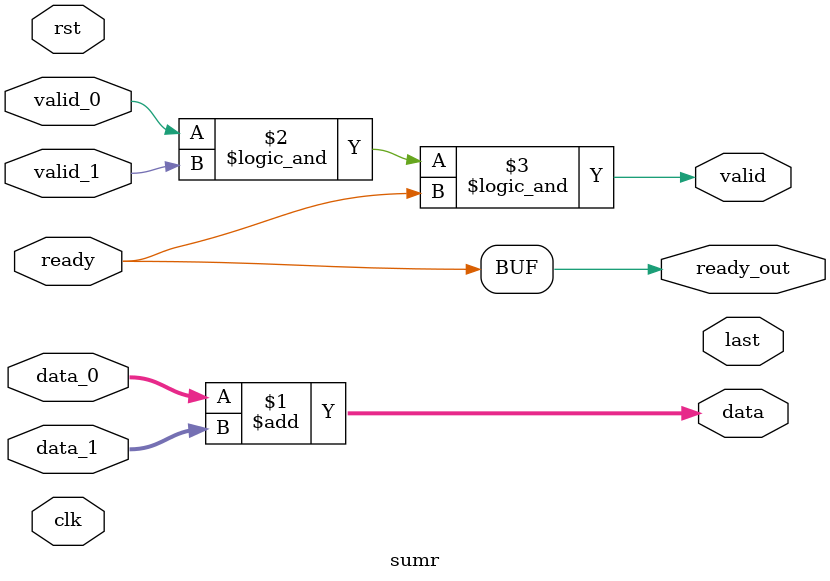
<source format=v>
module sumr 
#(parameter LEN =8)
(
    //выходной вэлид равен один вх вэлид и второй вх влид и реади на выходе
    input clk,
    input rst,

    input [LEN-1:0] data_0,
    input valid_0,

    input [LEN-1:0] data_1,
    input valid_1,

    input ready,

    //output reg valid,
    output valid,
    output last,
    output ready_out,
    output [LEN-1:0] data
);

    assign data = data_0 + data_1;
    assign valid = valid_0 && valid_1 && ready;
    assign ready_out = ready;

endmodule
</source>
